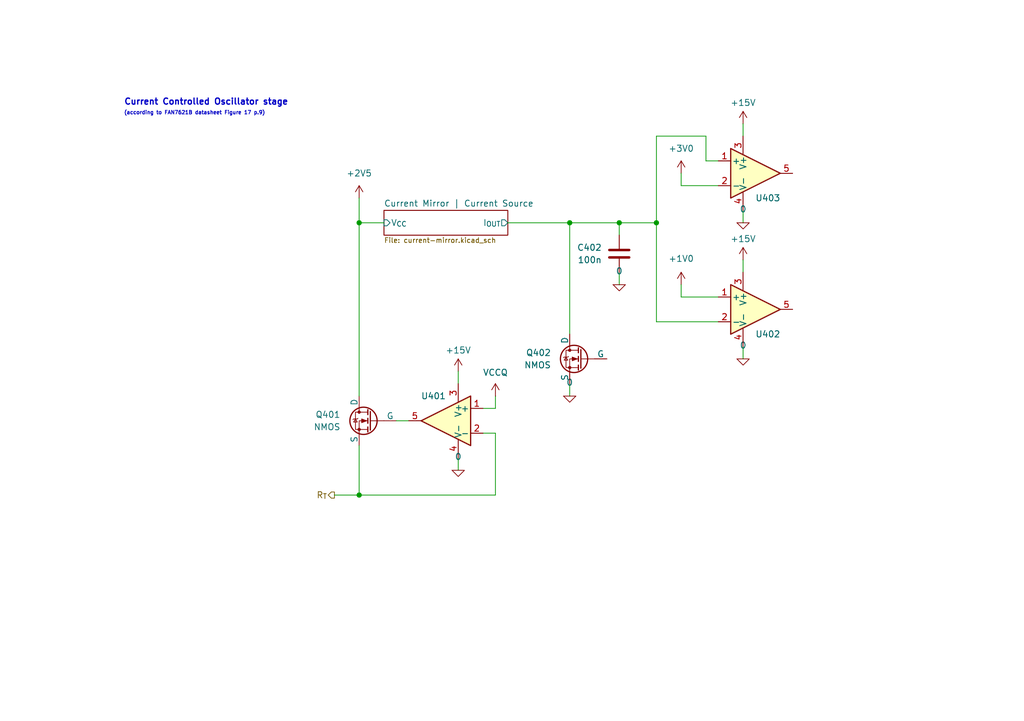
<source format=kicad_sch>
(kicad_sch (version 20231120) (generator "eeschema") (generator_version "8.0")
  (paper "A5")
  (lib_symbols
    (symbol "Device:C" (pin_numbers hide) (pin_names (offset 0.254))
      (property "Reference" "C" (at 0.635 2.54 0))
      (property "Value" "C" (at 0.635 -2.54 0))
      (symbol "C_0_1"
        (polyline (pts (xy -2.032 -0.762) (xy 2.032 -0.762)) (stroke (width 0.508)))
        (polyline (pts (xy -2.032 0.762) (xy 2.032 0.762)) (stroke (width 0.508)))
      )
      (symbol "C_1_1"
        (pin passive line (at 0 3.81 270) (length 2.794) (name "~") (number "1"))
        (pin passive line (at 0 -3.81 90) (length 2.794) (name "~") (number "2"))
      )
    )
    (symbol "Simulation_SPICE:0" (power) (pin_numbers hide) (pin_names (offset 0) hide)
      (property "Value" "0" (at 0 -2.54 0))
      (symbol "0_0_1"
        (polyline (pts (xy -1.27 0) (xy 0 -1.27) (xy 1.27 0) (xy -1.27 0)))
      )
      (symbol "0_1_1"
        (pin power_in line (at 0 0 0) (length 0) (name "~") (number "1"))
      )
    )
    (symbol "Simulation_SPICE:NMOS" (pin_numbers hide) (pin_names (offset 0))
      (property "Reference" "Q" (at 5.08 1.27 0))
      (property "Value" "NMOS" (at 5.08 -1.27 0))
      (symbol "NMOS_0_1"
        (polyline (pts (xy 0.254 0) (xy -2.54 0)))
        (polyline (pts (xy 0.254 1.905) (xy 0.254 -1.905)) (stroke (width 0.254)))
        (polyline (pts (xy 0.762 -1.27) (xy 0.762 -2.286)) (stroke (width 0.254)))
        (polyline (pts (xy 0.762 0.508) (xy 0.762 -0.508)) (stroke (width 0.254)))
        (polyline (pts (xy 0.762 2.286) (xy 0.762 1.27)) (stroke (width 0.254)))
        (polyline (pts (xy 2.54 2.54) (xy 2.54 1.778)))
        (polyline (pts (xy 2.54 -2.54) (xy 2.54 0) (xy 0.762 0)))
        (polyline (pts (xy 0.762 -1.778) (xy 3.302 -1.778) (xy 3.302 1.778) (xy 0.762 1.778)))
        (polyline (pts (xy 1.016 0) (xy 2.032 0.381) (xy 2.032 -0.381) (xy 1.016 0)) (fill (type outline)))
        (polyline (pts (xy 2.794 0.508) (xy 2.921 0.381) (xy 3.683 0.381) (xy 3.81 0.254)))
        (polyline (pts (xy 3.302 0.381) (xy 2.921 -0.254) (xy 3.683 -0.254) (xy 3.302 0.381)))
        (circle (center 1.651 0) (radius 2.794) (stroke (width 0.254)))
        (circle (center 2.54 -1.778) (radius 0.254) (fill (type outline)))
        (circle (center 2.54 1.778) (radius 0.254) (fill (type outline)))
      )
      (symbol "NMOS_1_1"
        (pin passive line (at 2.54 5.08 270) (length 2.54) (name "D") (number "1"))
        (pin input line (at -5.08 0 0) (length 2.54) (name "G") (number "2"))
        (pin passive line (at 2.54 -5.08 90) (length 2.54) (name "S") (number "3"))
      )
    )
    (symbol "Simulation_SPICE:OPAMP" (pin_names (offset 0.254))
      (property "Reference" "U" (at 3.81 3.175 0))
      (property "Value" "${SIM.PARAMS}" (at 3.81 -3.175 0))
      (symbol "OPAMP_0_1"
        (polyline (pts (xy 5.08 0) (xy -5.08 5.08) (xy -5.08 -5.08) (xy 5.08 0)) (stroke (width 0.254)) (fill (type background)))
      )
      (symbol "OPAMP_1_1"
        (pin input line (at -7.62 2.54 0) (length 2.54) (name "+") (number "1"))
        (pin input line (at -7.62 -2.54 0) (length 2.54) (name "-") (number "2"))
        (pin power_in line (at -2.54 7.62 270) (length 3.81) (name "V+") (number "3"))
        (pin power_in line (at -2.54 -7.62 90) (length 3.81) (name "V-") (number "4"))
        (pin output line (at 7.62 0 180) (length 2.54) (name "~") (number "5"))
      )
    )
    (symbol "power:+15V" (power) (pin_numbers hide) (pin_names (offset 0) hide)
      (property "Value" "+15V" (at 0 3.556 0))
      (symbol "+15V_0_1"
        (polyline (pts (xy -0.762 1.27) (xy 0 2.54)))
        (polyline (pts (xy 0 0) (xy 0 2.54)))
        (polyline (pts (xy 0 2.54) (xy 0.762 1.27)))
      )
      (symbol "+15V_1_1"
        (pin power_in line (at 0 0 90) (length 0) (name "~") (number "1"))
      )
    )
    (symbol "power:+1V0" (power) (pin_numbers hide) (pin_names (offset 0) hide)
      (property "Value" "+1V0" (at 0 3.556 0))
      (symbol "+1V0_0_1"
        (polyline (pts (xy -0.762 1.27) (xy 0 2.54)))
        (polyline (pts (xy 0 0) (xy 0 2.54)))
        (polyline (pts (xy 0 2.54) (xy 0.762 1.27)))
      )
      (symbol "+1V0_1_1"
        (pin power_in line (at 0 0 90) (length 0) (name "~") (number "1"))
      )
    )
    (symbol "power:+2V5" (power) (pin_numbers hide) (pin_names (offset 0) hide)
      (property "Value" "+2V5" (at 0 3.556 0))
      (symbol "+2V5_0_1"
        (polyline (pts (xy -0.762 1.27) (xy 0 2.54)))
        (polyline (pts (xy 0 0) (xy 0 2.54)))
        (polyline (pts (xy 0 2.54) (xy 0.762 1.27)))
      )
      (symbol "+2V5_1_1"
        (pin power_in line (at 0 0 90) (length 0) (name "~") (number "1"))
      )
    )
    (symbol "power:+3V0" (power) (pin_numbers hide) (pin_names (offset 0) hide)
      (property "Value" "+3V0" (at 0 3.556 0))
      (symbol "+3V0_0_1"
        (polyline (pts (xy -0.762 1.27) (xy 0 2.54)))
        (polyline (pts (xy 0 0) (xy 0 2.54)))
        (polyline (pts (xy 0 2.54) (xy 0.762 1.27)))
      )
      (symbol "+3V0_1_1"
        (pin power_in line (at 0 0 90) (length 0) (name "~") (number "1"))
      )
    )
    (symbol "power:VCCQ" (power) (pin_numbers hide) (pin_names (offset 0) hide)
      (property "Value" "VCCQ" (at 0 3.556 0))
      (symbol "VCCQ_0_1"
        (polyline (pts (xy -0.762 1.27) (xy 0 2.54)))
        (polyline (pts (xy 0 0) (xy 0 2.54)))
        (polyline (pts (xy 0 2.54) (xy 0.762 1.27)))
      )
      (symbol "VCCQ_1_1"
        (pin power_in line (at 0 0 90) (length 0) (name "~") (number "1"))
      )
    )
  )
  (junction (at 116.84 45.72))
  (junction (at 73.66 45.72))
  (junction (at 73.66 101.6))
  (junction (at 134.62 45.72))
  (junction (at 127 45.72))
  (wire (pts (xy 139.7 58.42) (xy 139.7 60.96)))
  (wire (pts (xy 73.66 101.6) (xy 68.58 101.6)))
  (wire (pts (xy 127 45.72) (xy 134.62 45.72)))
  (wire (pts (xy 93.98 76.2) (xy 93.98 78.74)))
  (wire (pts (xy 152.4 43.18) (xy 152.4 45.72)))
  (wire (pts (xy 81.28 86.36) (xy 83.82 86.36)))
  (wire (pts (xy 152.4 71.12) (xy 152.4 73.66)))
  (wire (pts (xy 116.84 78.74) (xy 116.84 81.28)))
  (wire (pts (xy 104.14 45.72) (xy 116.84 45.72)))
  (wire (pts (xy 93.98 96.52) (xy 93.98 93.98)))
  (wire (pts (xy 127 55.88) (xy 127 58.42)))
  (wire (pts (xy 101.6 101.6) (xy 73.66 101.6)))
  (wire (pts (xy 134.62 45.72) (xy 134.62 66.04)))
  (wire (pts (xy 152.4 25.4) (xy 152.4 27.94)))
  (wire (pts (xy 101.6 83.82) (xy 99.06 83.82)))
  (wire (pts (xy 144.78 27.94) (xy 134.62 27.94)))
  (wire (pts (xy 101.6 88.9) (xy 101.6 101.6)))
  (wire (pts (xy 139.7 60.96) (xy 147.32 60.96)))
  (wire (pts (xy 73.66 40.64) (xy 73.66 45.72)))
  (wire (pts (xy 116.84 45.72) (xy 116.84 68.58)))
  (wire (pts (xy 139.7 35.56) (xy 139.7 38.1)))
  (wire (pts (xy 116.84 45.72) (xy 127 45.72)))
  (wire (pts (xy 127 48.26) (xy 127 45.72)))
  (wire (pts (xy 134.62 66.04) (xy 147.32 66.04)))
  (wire (pts (xy 147.32 33.02) (xy 144.78 33.02)))
  (wire (pts (xy 73.66 45.72) (xy 78.74 45.72)))
  (wire (pts (xy 99.06 88.9) (xy 101.6 88.9)))
  (wire (pts (xy 152.4 53.34) (xy 152.4 55.88)))
  (wire (pts (xy 134.62 27.94) (xy 134.62 45.72)))
  (wire (pts (xy 73.66 45.72) (xy 73.66 81.28)))
  (wire (pts (xy 144.78 33.02) (xy 144.78 27.94)))
  (wire (pts (xy 73.66 91.44) (xy 73.66 101.6)))
  (wire (pts (xy 139.7 38.1) (xy 147.32 38.1)))
  (wire (pts (xy 101.6 81.28) (xy 101.6 83.82)))
  (text "Excluded from simulation\nWork In Progress" (at 101.854 -25.4 0) (effects (font (size 5 5) (italic yes))))
  (text "Current Controlled Oscillator stage" (at 25.4 20.32 0) (effects (font (size 1.25 1.25) (thickness 0.25) (bold yes)) (justify left top)))
  (text "(according to FAN7621B datasheet Figure 17 p.9)" (at 25.4 22.86 0) (effects (font (size 0.75 0.75)) (justify left top)))
  (hierarchical_label "R_{T}" (shape output) (at 68.58 101.6 180))
  (symbol (lib_id "Simulation_SPICE:OPAMP") (at 154.94 35.56 0) (unit 1) (exclude_from_sim yes)
    (property "Reference" "U403" (at 157.48 40.64 0))
    (property "Value" "${SIM.PARAMS}" (at 163.576 32.4165 0))
    (property "Datasheet" "https://ngspice.sourceforge.io/docs/ngspice-html-manual/manual.xhtml#sec__SUBCKT_Subcircuits" (effects (hide yes)))
    (property "Description" "Operational amplifier, single, node sequence=1:+ 2:- 3:OUT 4:V+ 5:V-" (effects (hide yes)))
    (property "Sim.Pins" "1=in+ 2=in- 3=vcc 4=vee 5=out" (effects (hide yes)))
    (property "Sim.Device" "SUBCKT" (effects (hide yes)))
    (property "Sim.Library" "${KICAD8_SYMBOL_DIR}/Simulation_SPICE.sp" (effects (hide yes)))
    (property "Sim.Name" "kicad_builtin_opamp" (effects (hide yes)))
  )
  (symbol (lib_id "power:+1V0") (at 139.7 58.42 0) (unit 1) (exclude_from_sim yes)
    (property "Reference" "#PWR0406" (effects (hide yes)))
    (property "Value" "+1V0" (at 139.7 53.086 0))
    (property "Footprint" "Package_DFN_QFN:QFN-32-1EP_5x5mm_P0.5mm_EP3.45x3.45mm" (effects (hide yes)))
    (property "Description" "Power symbol creates a global label with name \"+1V0\"" (effects (hide yes)))
  )
  (symbol (lib_id "power:+15V") (at 152.4 53.34 0) (unit 1) (exclude_from_sim yes)
    (property "Reference" "#PWR0404" (effects (hide yes)))
    (property "Value" "+15V" (at 152.4 49.022 0))
    (property "Description" "Power symbol creates a global label with name \"+15V\"" (effects (hide yes)))
  )
  (symbol (lib_id "power:VCCQ") (at 101.6 81.28 0) (unit 1) (exclude_from_sim yes)
    (property "Reference" "#PWR0401" (effects (hide yes)))
    (property "Value" "VCCQ" (at 101.6 76.454 0))
    (property "Description" "Power symbol creates a global label with name \"VCCQ\"" (effects (hide yes)))
  )
  (symbol (lib_id "power:+15V") (at 93.98 76.2 0) (unit 1) (exclude_from_sim yes)
    (property "Reference" "#PWR0409" (effects (hide yes)))
    (property "Value" "+15V" (at 93.98 71.882 0))
    (property "Description" "Power symbol creates a global label with name \"+15V\"" (effects (hide yes)))
  )
  (symbol (lib_id "Simulation_SPICE:0") (at 116.84 81.28 0) (unit 1) (exclude_from_sim yes)
    (property "Reference" "#GND0401" (effects (hide yes)))
    (property "Value" "0" (at 116.84 78.486 0))
    (property "Datasheet" "https://ngspice.sourceforge.io/docs/ngspice-html-manual/manual.xhtml#subsec_Circuit_elements__device" (effects (hide yes)))
    (property "Description" "0V reference potential for simulation" (effects (hide yes)))
  )
  (symbol (lib_id "Simulation_SPICE:0") (at 127 58.42 0) (unit 1) (exclude_from_sim yes)
    (property "Reference" "#GND0404" (effects (hide yes)))
    (property "Value" "0" (at 127 55.626 0))
    (property "Datasheet" "https://ngspice.sourceforge.io/docs/ngspice-html-manual/manual.xhtml#subsec_Circuit_elements__device" (effects (hide yes)))
    (property "Description" "0V reference potential for simulation" (effects (hide yes)))
  )
  (symbol (lib_id "Simulation_SPICE:NMOS") (at 76.2 86.36 0) (mirror y) (unit 1) (exclude_from_sim yes)
    (property "Reference" "Q401" (at 69.85 85.0899 0) (effects (justify left)))
    (property "Value" "NMOS" (at 69.85 87.6299 0) (effects (justify left)))
    (property "Datasheet" "https://ngspice.sourceforge.io/docs/ngspice-html-manual/manual.xhtml#cha_MOSFETs" (effects (hide yes)))
    (property "Description" "N-MOSFET transistor, drain/source/gate" (effects (hide yes)))
    (property "Sim.Device" "NMOS" (effects (hide yes)))
    (property "Sim.Type" "VDMOS" (effects (hide yes)))
    (property "Sim.Pins" "1=D 2=G 3=S" (effects (hide yes)))
  )
  (symbol (lib_id "Simulation_SPICE:OPAMP") (at 91.44 86.36 0) (mirror y) (unit 1) (exclude_from_sim yes)
    (property "Reference" "U401" (at 88.9 81.28 0))
    (property "Value" "${SIM.PARAMS}" (at 82.804 83.2165 0))
    (property "Datasheet" "https://ngspice.sourceforge.io/docs/ngspice-html-manual/manual.xhtml#sec__SUBCKT_Subcircuits" (effects (hide yes)))
    (property "Description" "Operational amplifier, single, node sequence=1:+ 2:- 3:OUT 4:V+ 5:V-" (effects (hide yes)))
    (property "Sim.Pins" "1=in+ 2=in- 3=vcc 4=vee 5=out" (effects (hide yes)))
    (property "Sim.Device" "SUBCKT" (effects (hide yes)))
    (property "Sim.Library" "${KICAD8_SYMBOL_DIR}/Simulation_SPICE.sp" (effects (hide yes)))
    (property "Sim.Name" "kicad_builtin_opamp" (effects (hide yes)))
  )
  (symbol (lib_id "power:+2V5") (at 73.66 40.64 0) (unit 1) (exclude_from_sim yes)
    (property "Reference" "#PWR0402" (effects (hide yes)))
    (property "Value" "+2V5" (at 73.66 35.56 0))
    (property "Description" "Power symbol creates a global label with name \"+2V5\"" (effects (hide yes)))
  )
  (symbol (lib_id "Simulation_SPICE:0") (at 152.4 45.72 0) (unit 1) (exclude_from_sim yes)
    (property "Reference" "#GND0403" (effects (hide yes)))
    (property "Value" "0" (at 152.4 42.926 0))
    (property "Datasheet" "https://ngspice.sourceforge.io/docs/ngspice-html-manual/manual.xhtml#subsec_Circuit_elements__device" (effects (hide yes)))
    (property "Description" "0V reference potential for simulation" (effects (hide yes)))
  )
  (symbol (lib_id "Simulation_SPICE:0") (at 152.4 73.66 0) (unit 1) (exclude_from_sim yes)
    (property "Reference" "#GND0402" (effects (hide yes)))
    (property "Value" "0" (at 152.4 70.866 0))
    (property "Datasheet" "https://ngspice.sourceforge.io/docs/ngspice-html-manual/manual.xhtml#subsec_Circuit_elements__device" (effects (hide yes)))
    (property "Description" "0V reference potential for simulation" (effects (hide yes)))
  )
  (symbol (lib_id "Simulation_SPICE:NMOS") (at 119.38 73.66 0) (mirror y) (unit 1) (exclude_from_sim yes)
    (property "Reference" "Q402" (at 113.03 72.3899 0) (effects (justify left)))
    (property "Value" "NMOS" (at 113.03 74.9299 0) (effects (justify left)))
    (property "Datasheet" "https://ngspice.sourceforge.io/docs/ngspice-html-manual/manual.xhtml#cha_MOSFETs" (effects (hide yes)))
    (property "Description" "N-MOSFET transistor, drain/source/gate" (effects (hide yes)))
    (property "Sim.Device" "NMOS" (effects (hide yes)))
    (property "Sim.Type" "VDMOS" (effects (hide yes)))
    (property "Sim.Pins" "1=D 2=G 3=S" (effects (hide yes)))
  )
  (symbol (lib_id "Simulation_SPICE:0") (at 93.98 96.52 0) (unit 1) (exclude_from_sim yes)
    (property "Reference" "#GND0411" (effects (hide yes)))
    (property "Value" "0" (at 93.98 93.726 0))
    (property "Datasheet" "https://ngspice.sourceforge.io/docs/ngspice-html-manual/manual.xhtml#subsec_Circuit_elements__device" (effects (hide yes)))
    (property "Description" "0V reference potential for simulation" (effects (hide yes)))
  )
  (symbol (lib_id "Simulation_SPICE:OPAMP") (at 154.94 63.5 0) (unit 1) (exclude_from_sim yes)
    (property "Reference" "U402" (at 157.48 68.58 0))
    (property "Value" "${SIM.PARAMS}" (at 163.576 60.3565 0))
    (property "Datasheet" "https://ngspice.sourceforge.io/docs/ngspice-html-manual/manual.xhtml#sec__SUBCKT_Subcircuits" (effects (hide yes)))
    (property "Description" "Operational amplifier, single, node sequence=1:+ 2:- 3:OUT 4:V+ 5:V-" (effects (hide yes)))
    (property "Sim.Pins" "1=in+ 2=in- 3=vcc 4=vee 5=out" (effects (hide yes)))
    (property "Sim.Device" "SUBCKT" (effects (hide yes)))
    (property "Sim.Library" "${KICAD8_SYMBOL_DIR}/Simulation_SPICE.sp" (effects (hide yes)))
    (property "Sim.Name" "kicad_builtin_opamp" (effects (hide yes)))
  )
  (symbol (lib_id "power:+15V") (at 152.4 25.4 0) (unit 1) (exclude_from_sim yes)
    (property "Reference" "#PWR0403" (effects (hide yes)))
    (property "Value" "+15V" (at 152.4 21.082 0))
    (property "Description" "Power symbol creates a global label with name \"+15V\"" (effects (hide yes)))
  )
  (symbol (lib_id "Device:C") (at 127 52.07 0) (mirror x) (unit 1) (exclude_from_sim yes)
    (property "Reference" "C402" (at 123.444 50.7999 0) (effects (justify right)))
    (property "Value" "100n" (at 123.444 53.3399 0) (effects (justify right)))
    (property "Description" "Unpolarized capacitor" (effects (hide yes)))
  )
  (symbol (lib_id "power:+3V0") (at 139.7 35.56 0) (unit 1) (exclude_from_sim yes)
    (property "Reference" "#PWR0405" (effects (hide yes)))
    (property "Value" "+3V0" (at 139.7 30.48 0))
    (property "Description" "Power symbol creates a global label with name \"+3V0\"" (effects (hide yes)))
  )
  (sheet (at 78.74 43.18) (size 25.4 5.08) (stroke (width 0.1524))
    (property "Sheetname" "Current Mirror | Current Source" (at 78.74 42.4784 0) (effects (font (size 1.25 1.25)) (justify left bottom)))
    (property "Sheetfile" "current-mirror.kicad_sch" (at 78.74 48.7366 0) (effects (font (size 1 1)) (justify left top)))
    (pin "I_{OUT}" output (at 104.14 45.72 0) (effects (font (size 1.25 1.25))))
    (pin "V_{CC}" input (at 78.74 45.72 180) (effects (font (size 1.25 1.25))))
  )
)
</source>
